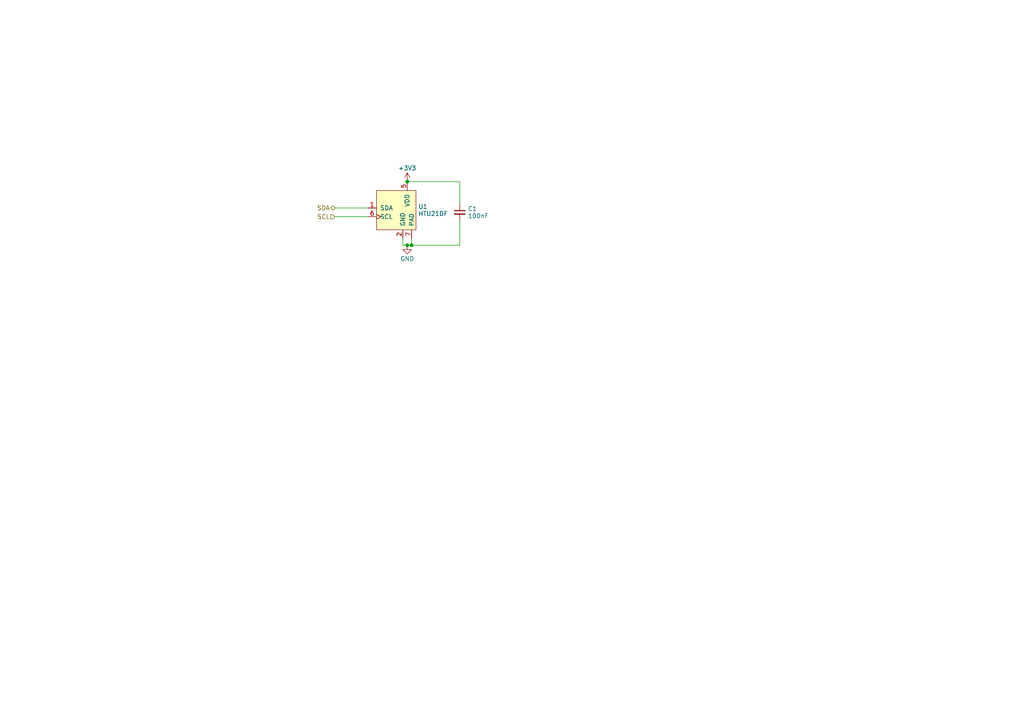
<source format=kicad_sch>
(kicad_sch (version 20230121) (generator eeschema)
  (paper "A4")
  (lib_symbols
    (symbol "Device:C_Small" (pin_numbers hide) (pin_names (offset 0.254) hide)
      (property "Reference" "C" (at 0.254 1.778 0))
      (property "Value" "C_Small" (at 0.254 -2.032 0))
      (symbol "C_Small_0_1"
        (polyline (pts (xy -1.524 -0.508) (xy 1.524 -0.508)) (stroke (width 0.3302)))
        (polyline (pts (xy -1.524 0.508) (xy 1.524 0.508)) (stroke (width 0.3048)))
      )
      (symbol "C_Small_1_1"
        (pin passive line (at 0 2.54 270) (length 2.032) (name "~") (number "1"))
        (pin passive line (at 0 -2.54 90) (length 2.032) (name "~") (number "2"))
      )
    )
    (symbol "manul_tech:HTU21DF" (pin_names (offset 1.016))
      (property "Reference" "U" (at -12.7 2.54 0))
      (property "Value" "HTU21DF" (at -8.89 5.08 0))
      (symbol "HTU21DF_0_1"
        (rectangle (start -8.89 0) (end 2.54 -11.43) (fill (type background)))
      )
      (symbol "HTU21DF_1_1"
        (pin bidirectional line (at -11.43 -5.08 0) (length 2.54) (name "SDA") (number "1"))
        (pin passive line (at -1.27 -13.97 90) (length 2.54) (name "GND") (number "2"))
        (pin power_in line (at 0 2.54 270) (length 2.54) (name "VDD") (number "5"))
        (pin input clock (at -11.43 -7.62 0) (length 2.54) (name "SCL") (number "6"))
        (pin passive line (at 1.27 -13.97 90) (length 2.54) (name "PAD") (number "7"))
      )
    )
    (symbol "power:+3V3" (power) (pin_names (offset 0))
      (property "Value" "+3V3" (at 0 3.556 0))
      (symbol "+3V3_0_1"
        (polyline (pts (xy -0.762 1.27) (xy 0 2.54)))
        (polyline (pts (xy 0 0) (xy 0 2.54)))
        (polyline (pts (xy 0 2.54) (xy 0.762 1.27)))
      )
      (symbol "+3V3_1_1"
        (pin power_in line (at 0 0 90) (length 0) hide (name "+3V3") (number "1"))
      )
    )
    (symbol "power:GND" (power) (pin_names (offset 0))
      (property "Value" "GND" (at 0 -3.81 0))
      (symbol "GND_0_1"
        (polyline (pts (xy 0 0) (xy 0 -1.27) (xy 1.27 -1.27) (xy 0 -2.54) (xy -1.27 -1.27) (xy 0 -1.27)))
      )
      (symbol "GND_1_1"
        (pin power_in line (at 0 0 270) (length 0) hide (name "GND") (number "1"))
      )
    )
  )
  (junction (at 118.11 71.12))
  (junction (at 118.11 52.705))
  (junction (at 119.38 71.12))
  (wire (pts (xy 97.155 60.325) (xy 106.68 60.325)))
  (wire (pts (xy 119.38 71.12) (xy 118.11 71.12)))
  (wire (pts (xy 119.38 69.215) (xy 119.38 71.12)))
  (wire (pts (xy 116.84 71.12) (xy 118.11 71.12)))
  (wire (pts (xy 118.11 52.705) (xy 133.35 52.705)))
  (wire (pts (xy 97.155 62.865) (xy 106.68 62.865)))
  (wire (pts (xy 116.84 69.215) (xy 116.84 71.12)))
  (wire (pts (xy 133.35 71.12) (xy 119.38 71.12)))
  (wire (pts (xy 133.35 64.135) (xy 133.35 71.12)))
  (wire (pts (xy 133.35 59.055) (xy 133.35 52.705)))
  (hierarchical_label "SDA" (shape bidirectional) (at 97.155 60.325 180))
  (hierarchical_label "SCL" (shape input) (at 97.155 62.865 180))
  (symbol (lib_id "Device:C_Small") (at 133.35 61.595 0) (unit 1)
    (property "Reference" "C1" (at 135.6741 60.5773 0) (effects (justify left)))
    (property "Value" "100nF" (at 135.6741 62.6253 0) (effects (justify left)))
    (property "Footprint" "Capacitor_SMD:C_0402_1005Metric" (effects hide))
  )
  (symbol (lib_id "power:+3V3") (at 118.11 52.705 0) (unit 1)
    (property "Reference" "#PWR01" (effects hide))
    (property "Value" "+3V3" (at 118.11 48.76 0))
  )
  (symbol (lib_id "manul_tech:HTU21DF") (at 118.11 55.245 0) (unit 1)
    (property "Reference" "U1" (at 121.285 59.936 0) (effects (justify left)))
    (property "Value" "HTU21DF" (at 121.285 61.984 0) (effects (justify left)))
    (property "Footprint" "manul_tech:HTU21DF" (effects hide))
    (property "Datasheet" "https://cdn-shop.adafruit.com/datasheets/1899_HTU21D.pdf" (effects hide))
  )
  (symbol (lib_id "power:GND") (at 118.11 71.12 0) (unit 1)
    (property "Reference" "#PWR02" (effects hide))
    (property "Value" "GND" (at 118.11 75.065 0))
  )
)
</source>
